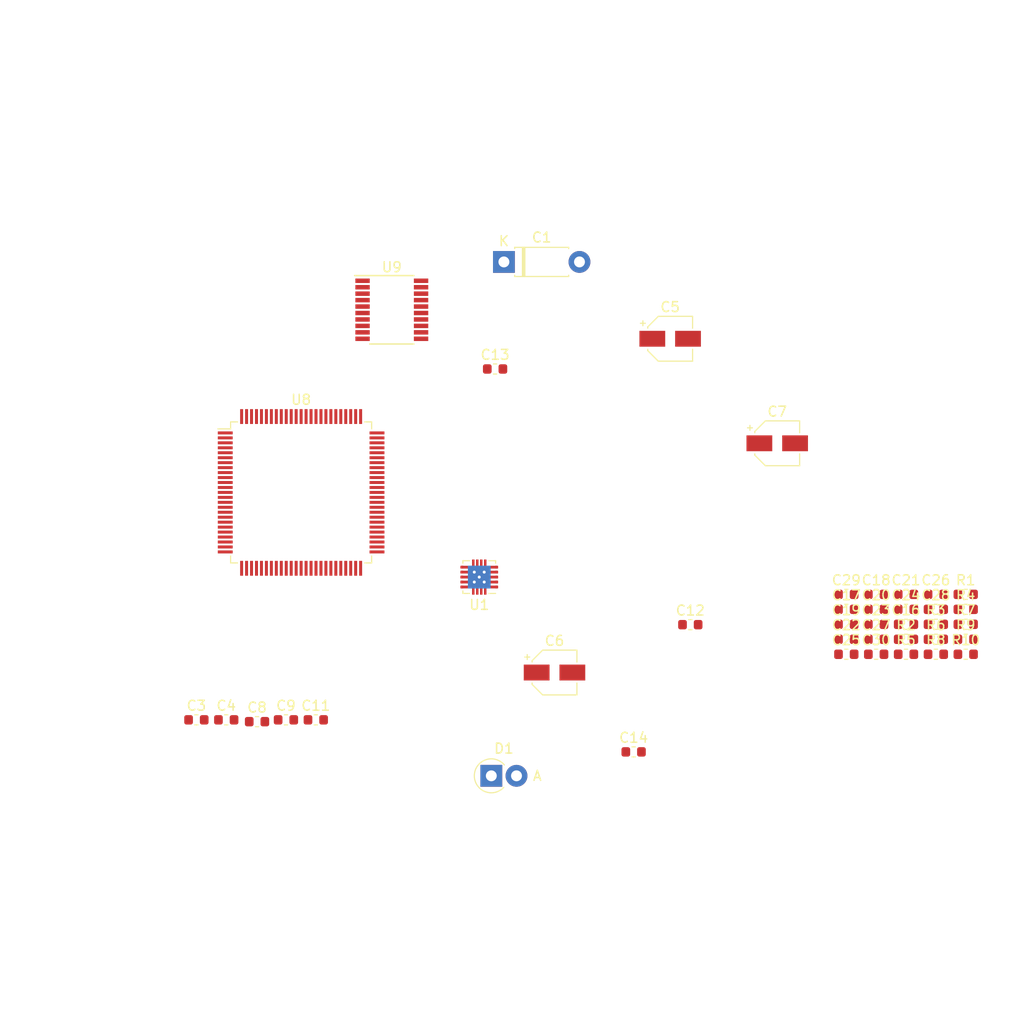
<source format=kicad_pcb>
(kicad_pcb (version 20171130) (host pcbnew "(5.0.0)")
  (layers (0 F.Cu signal) (31 B.Cu signal) (34 B.Paste user) (35 F.Paste user) (36 B.SilkS user) (37 F.SilkS user) (38 B.Mask user) (39 F.Mask user) (44 Edge.Cuts user))
  (net 0 "")
  (net 1 +12V)
  (net 2 GNDREF)
  (net 3 "Net-(C3-Pad2)")
  (net 4 "Net-(C4-Pad2)")
  (net 5 +5V)
  (net 6 "Net-(C8-Pad1)")
  (net 7 "Net-(C9-Pad1)")
  (net 8 "Net-(C12-Pad1)")
  (net 9 "Net-(C13-Pad1)")
  (net 10 "Net-(C14-Pad1)")
  (net 11 "Net-(L1-Pad1)")
  (net 12 "Net-(L1-Pad2)")
  (net 13 "Net-(U8-Pad1)")
  (net 14 "Net-(U8-Pad2)")
  (net 15 "Net-(U8-Pad3)")
  (net 16 Servo1)
  (net 17 Servo2)
  (net 18 INT)
  (net 19 RX0)
  (net 20 "Net-(U8-Pad8)")
  (net 21 "Net-(U8-Pad9)")
  (net 22 +3V3)
  (net 23 M1A+C)
  (net 24 M1A-C)
  (net 25 M1B+C)
  (net 26 M1B-C)
  (net 27 M2A+C)
  (net 28 M2A-C)
  (net 29 M2B+C)
  (net 30 "Net-(U8-Pad19)")
  (net 31 "Net-(U8-Pad20)")
  (net 32 SI)
  (net 33 S0)
  (net 34 "Net-(U8-Pad23)")
  (net 35 TX2)
  (net 36 SS)
  (net 37 "Net-(U8-Pad26)")
  (net 38 M2B-C)
  (net 39 "Net-(U8-Pad28)")
  (net 40 "Net-(U8-Pad29)")
  (net 41 "Net-(U8-Pad30)")
  (net 42 "Net-(R9-Pad1)")
  (net 43 "Net-(U8-Pad35)")
  (net 44 "Net-(U8-Pad36)")
  (net 45 M1+C)
  (net 46 M2+C)
  (net 47 M1-C)
  (net 48 M2-C)
  (net 49 "Net-(U8-Pad41)")
  (net 50 "Net-(U8-Pad42)")
  (net 51 "Net-(U8-Pad43)")
  (net 52 RX1)
  (net 53 "Net-(U8-Pad45)")
  (net 54 "Net-(U8-Pad46)")
  (net 55 "Net-(U8-Pad47)")
  (net 56 "Net-(U8-Pad48)")
  (net 57 "Net-(U8-Pad49)")
  (net 58 "Net-(U8-Pad50)")
  (net 59 "Net-(U8-Pad51)")
  (net 60 "Net-(U8-Pad52)")
  (net 61 "Net-(U8-Pad53)")
  (net 62 TX1)
  (net 63 SCK)
  (net 64 TX0)
  (net 65 "Net-(U8-Pad57)")
  (net 66 "Net-(U8-Pad58)")
  (net 67 "Net-(U8-Pad59)")
  (net 68 "Net-(U8-Pad60)")
  (net 69 "Net-(U8-Pad63)")
  (net 70 "Net-(U8-Pad64)")
  (net 71 "Net-(U8-Pad65)")
  (net 72 "Net-(U8-Pad66)")
  (net 73 "Net-(U8-Pad67)")
  (net 74 "Net-(U8-Pad68)")
  (net 75 "Net-(U8-Pad69)")
  (net 76 "Net-(U8-Pad70)")
  (net 77 "Net-(U8-Pad71)")
  (net 78 "Net-(U8-Pad72)")
  (net 79 "Net-(U8-Pad73)")
  (net 80 "Net-(U8-Pad74)")
  (net 81 "Net-(U8-Pad75)")
  (net 82 "Net-(U8-Pad76)")
  (net 83 "Net-(U8-Pad77)")
  (net 84 "Net-(U8-Pad78)")
  (net 85 "Net-(U8-Pad79)")
  (net 86 E2)
  (net 87 E1)
  (net 88 "Net-(U8-Pad84)")
  (net 89 "Net-(U8-Pad85)")
  (net 90 "Net-(U8-Pad86)")
  (net 91 "Net-(U8-Pad87)")
  (net 92 "Net-(U8-Pad88)")
  (net 93 "Net-(U8-Pad89)")
  (net 94 "Net-(U8-Pad90)")
  (net 95 "Net-(U8-Pad91)")
  (net 96 "Net-(U8-Pad92)")
  (net 97 "Net-(U8-Pad93)")
  (net 98 "Net-(U8-Pad94)")
  (net 99 "Net-(U8-Pad95)")
  (net 100 "Net-(U8-Pad96)")
  (net 101 "Net-(U8-Pad97)")
  (net 102 "Net-(U10-Pad1)")
  (net 103 "Net-(U10-Pad4)")
  (net 104 "Net-(U9-Pad3)")
  (net 105 "Net-(U9-Pad6)")
  (net 106 "Net-(U9-Pad15)")
  (net 107 Reset)
  (net 108 "Net-(R8-Pad1)")
  (net 109 "Net-(R10-Pad1)")
  (module Diode_THT:D_DO-41_SOD81_P7.62mm_Horizontal (layer F.Cu) (at 132.08 65.024)
    (fp_text reference C1 (at 3.81 -2.47) (layer F.SilkS))
    (fp_text value 10u)
    (fp_line (start 1.09 -1.34) (end 1.09 -1.47) (layer F.SilkS) (width 0.12))
    (fp_line (start 1.09 -1.47) (end 6.53 -1.47) (layer F.SilkS) (width 0.12))
    (fp_line (start 6.53 -1.47) (end 6.53 -1.34) (layer F.SilkS) (width 0.12))
    (fp_line (start 1.09 1.34) (end 1.09 1.47) (layer F.SilkS) (width 0.12))
    (fp_line (start 1.09 1.47) (end 6.53 1.47) (layer F.SilkS) (width 0.12))
    (fp_line (start 6.53 1.47) (end 6.53 1.34) (layer F.SilkS) (width 0.12))
    (fp_line (start 1.99 -1.47) (end 1.99 1.47) (layer F.SilkS) (width 0.12))
    (fp_line (start 2.11 -1.47) (end 2.11 1.47) (layer F.SilkS) (width 0.12))
    (fp_line (start 1.87 -1.47) (end 1.87 1.47) (layer F.SilkS) (width 0.12))
    (fp_text user K (at 0 -2.1) (layer F.SilkS))
    (pad 1 thru_hole rect (at 0 0) (size 2.2 2.2) (drill 1.1) (layers *.Cu *.Mask) (net 1 +12V))
    (pad 2 thru_hole oval (at 7.62 0) (size 2.2 2.2) (drill 1.1) (layers *.Cu *.Mask) (net 2 GNDREF))
  )
  (module Capacitor_SMD:C_0603_1608Metric (layer F.Cu) (at 101.073001 111.196001)
    (fp_text reference C3 (at 0 -1.43) (layer F.SilkS))
    (fp_text value 0.1u)
    (fp_line (start -0.162779 -0.51) (end 0.162779 -0.51) (layer F.SilkS) (width 0.12))
    (fp_line (start -0.162779 0.51) (end 0.162779 0.51) (layer F.SilkS) (width 0.12))
    (pad 1 smd roundrect (at -0.7875 0) (size 0.875 0.95) (layers F.Cu F.Paste F.Mask) (net 2 GNDREF))
    (pad 2 smd roundrect (at 0.7875 0) (size 0.875 0.95) (layers F.Cu F.Paste F.Mask) (net 3 "Net-(C3-Pad2)"))
  )
  (module Capacitor_SMD:C_0603_1608Metric (layer F.Cu) (at 104.083001 111.196001)
    (fp_text reference C4 (at 0 -1.43) (layer F.SilkS))
    (fp_text value 10p)
    (fp_line (start -0.162779 0.51) (end 0.162779 0.51) (layer F.SilkS) (width 0.12))
    (fp_line (start -0.162779 -0.51) (end 0.162779 -0.51) (layer F.SilkS) (width 0.12))
    (pad 2 smd roundrect (at 0.7875 0) (size 0.875 0.95) (layers F.Cu F.Paste F.Mask) (net 4 "Net-(C4-Pad2)"))
    (pad 1 smd roundrect (at -0.7875 0) (size 0.875 0.95) (layers F.Cu F.Paste F.Mask) (net 2 GNDREF))
  )
  (module Capacitor_SMD:CP_Elec_4x5.4 (layer F.Cu) (at 148.844 72.771)
    (fp_text reference C5 (at 0 -3.2) (layer F.SilkS))
    (fp_text value 22u)
    (fp_line (start 2.26 2.26) (end 2.26 1.06) (layer F.SilkS) (width 0.12))
    (fp_line (start 2.26 -2.26) (end 2.26 -1.06) (layer F.SilkS) (width 0.12))
    (fp_line (start -1.195563 -2.26) (end 2.26 -2.26) (layer F.SilkS) (width 0.12))
    (fp_line (start -1.195563 2.26) (end 2.26 2.26) (layer F.SilkS) (width 0.12))
    (fp_line (start -2.26 1.195563) (end -2.26 1.06) (layer F.SilkS) (width 0.12))
    (fp_line (start -2.26 -1.195563) (end -2.26 -1.06) (layer F.SilkS) (width 0.12))
    (fp_line (start -2.26 -1.195563) (end -1.195563 -2.26) (layer F.SilkS) (width 0.12))
    (fp_line (start -2.26 1.195563) (end -1.195563 2.26) (layer F.SilkS) (width 0.12))
    (fp_line (start -3 -1.56) (end -2.5 -1.56) (layer F.SilkS) (width 0.12))
    (fp_line (start -2.75 -1.81) (end -2.75 -1.31) (layer F.SilkS) (width 0.12))
    (pad 1 smd rect (at -1.8 0) (size 2.6 1.6) (layers F.Cu F.Paste F.Mask) (net 5 +5V))
    (pad 2 smd rect (at 1.8 0) (size 2.6 1.6) (layers F.Cu F.Paste F.Mask) (net 2 GNDREF))
  )
  (module Capacitor_SMD:CP_Elec_4x5.4 (layer F.Cu) (at 137.182 106.426)
    (fp_text reference C6 (at 0 -3.2) (layer F.SilkS))
    (fp_text value 22u)
    (fp_line (start -2.75 -1.81) (end -2.75 -1.31) (layer F.SilkS) (width 0.12))
    (fp_line (start -3 -1.56) (end -2.5 -1.56) (layer F.SilkS) (width 0.12))
    (fp_line (start -2.26 1.195563) (end -1.195563 2.26) (layer F.SilkS) (width 0.12))
    (fp_line (start -2.26 -1.195563) (end -1.195563 -2.26) (layer F.SilkS) (width 0.12))
    (fp_line (start -2.26 -1.195563) (end -2.26 -1.06) (layer F.SilkS) (width 0.12))
    (fp_line (start -2.26 1.195563) (end -2.26 1.06) (layer F.SilkS) (width 0.12))
    (fp_line (start -1.195563 2.26) (end 2.26 2.26) (layer F.SilkS) (width 0.12))
    (fp_line (start -1.195563 -2.26) (end 2.26 -2.26) (layer F.SilkS) (width 0.12))
    (fp_line (start 2.26 -2.26) (end 2.26 -1.06) (layer F.SilkS) (width 0.12))
    (fp_line (start 2.26 2.26) (end 2.26 1.06) (layer F.SilkS) (width 0.12))
    (pad 2 smd rect (at 1.8 0) (size 2.6 1.6) (layers F.Cu F.Paste F.Mask) (net 2 GNDREF))
    (pad 1 smd rect (at -1.8 0) (size 2.6 1.6) (layers F.Cu F.Paste F.Mask) (net 5 +5V))
  )
  (module Capacitor_SMD:CP_Elec_4x5.4 (layer F.Cu) (at 159.639 83.312)
    (fp_text reference C7 (at 0 -3.2) (layer F.SilkS))
    (fp_text value 22u)
    (fp_line (start 2.26 2.26) (end 2.26 1.06) (layer F.SilkS) (width 0.12))
    (fp_line (start 2.26 -2.26) (end 2.26 -1.06) (layer F.SilkS) (width 0.12))
    (fp_line (start -1.195563 -2.26) (end 2.26 -2.26) (layer F.SilkS) (width 0.12))
    (fp_line (start -1.195563 2.26) (end 2.26 2.26) (layer F.SilkS) (width 0.12))
    (fp_line (start -2.26 1.195563) (end -2.26 1.06) (layer F.SilkS) (width 0.12))
    (fp_line (start -2.26 -1.195563) (end -2.26 -1.06) (layer F.SilkS) (width 0.12))
    (fp_line (start -2.26 -1.195563) (end -1.195563 -2.26) (layer F.SilkS) (width 0.12))
    (fp_line (start -2.26 1.195563) (end -1.195563 2.26) (layer F.SilkS) (width 0.12))
    (fp_line (start -3 -1.56) (end -2.5 -1.56) (layer F.SilkS) (width 0.12))
    (fp_line (start -2.75 -1.81) (end -2.75 -1.31) (layer F.SilkS) (width 0.12))
    (pad 1 smd rect (at -1.8 0) (size 2.6 1.6) (layers F.Cu F.Paste F.Mask) (net 5 +5V))
    (pad 2 smd rect (at 1.8 0) (size 2.6 1.6) (layers F.Cu F.Paste F.Mask) (net 2 GNDREF))
  )
  (module Capacitor_SMD:C_0603_1608Metric (layer F.Cu) (at 107.188 111.379)
    (fp_text reference C8 (at 0 -1.43) (layer F.SilkS))
    (fp_text value 20p)
    (fp_line (start -0.162779 0.51) (end 0.162779 0.51) (layer F.SilkS) (width 0.12))
    (fp_line (start -0.162779 -0.51) (end 0.162779 -0.51) (layer F.SilkS) (width 0.12))
    (pad 2 smd roundrect (at 0.7875 0) (size 0.875 0.95) (layers F.Cu F.Paste F.Mask) (net 2 GNDREF))
    (pad 1 smd roundrect (at -0.7875 0) (size 0.875 0.95) (layers F.Cu F.Paste F.Mask) (net 6 "Net-(C8-Pad1)"))
  )
  (module Capacitor_SMD:C_0603_1608Metric (layer F.Cu) (at 110.103001 111.196001)
    (fp_text reference C9 (at 0 -1.43) (layer F.SilkS))
    (fp_text value 20p)
    (fp_line (start -0.162779 -0.51) (end 0.162779 -0.51) (layer F.SilkS) (width 0.12))
    (fp_line (start -0.162779 0.51) (end 0.162779 0.51) (layer F.SilkS) (width 0.12))
    (pad 1 smd roundrect (at -0.7875 0) (size 0.875 0.95) (layers F.Cu F.Paste F.Mask) (net 7 "Net-(C9-Pad1)"))
    (pad 2 smd roundrect (at 0.7875 0) (size 0.875 0.95) (layers F.Cu F.Paste F.Mask) (net 2 GNDREF))
  )
  (module Capacitor_SMD:C_0603_1608Metric (layer F.Cu) (at 113.113001 111.196001)
    (fp_text reference C11 (at 0 -1.43) (layer F.SilkS))
    (fp_text value 100n)
    (fp_line (start -0.162779 0.51) (end 0.162779 0.51) (layer F.SilkS) (width 0.12))
    (fp_line (start -0.162779 -0.51) (end 0.162779 -0.51) (layer F.SilkS) (width 0.12))
    (pad 2 smd roundrect (at 0.7875 0) (size 0.875 0.95) (layers F.Cu F.Paste F.Mask) (net 2 GNDREF))
    (pad 1 smd roundrect (at -0.7875 0) (size 0.875 0.95) (layers F.Cu F.Paste F.Mask) (net 5 +5V))
  )
  (module Capacitor_SMD:C_0603_1608Metric (layer F.Cu) (at 150.876 101.6)
    (fp_text reference C12 (at 0 -1.43) (layer F.SilkS))
    (fp_text value 15p)
    (fp_line (start -0.162779 0.51) (end 0.162779 0.51) (layer F.SilkS) (width 0.12))
    (fp_line (start -0.162779 -0.51) (end 0.162779 -0.51) (layer F.SilkS) (width 0.12))
    (pad 2 smd roundrect (at 0.7875 0) (size 0.875 0.95) (layers F.Cu F.Paste F.Mask) (net 2 GNDREF))
    (pad 1 smd roundrect (at -0.7875 0) (size 0.875 0.95) (layers F.Cu F.Paste F.Mask) (net 8 "Net-(C12-Pad1)"))
  )
  (module Capacitor_SMD:C_0603_1608Metric (layer F.Cu) (at 131.191 75.819)
    (fp_text reference C13 (at 0 -1.43) (layer F.SilkS))
    (fp_text value 15p)
    (fp_line (start -0.162779 -0.51) (end 0.162779 -0.51) (layer F.SilkS) (width 0.12))
    (fp_line (start -0.162779 0.51) (end 0.162779 0.51) (layer F.SilkS) (width 0.12))
    (pad 1 smd roundrect (at -0.7875 0) (size 0.875 0.95) (layers F.Cu F.Paste F.Mask) (net 9 "Net-(C13-Pad1)"))
    (pad 2 smd roundrect (at 0.7875 0) (size 0.875 0.95) (layers F.Cu F.Paste F.Mask) (net 2 GNDREF))
  )
  (module Capacitor_SMD:C_0603_1608Metric (layer F.Cu) (at 145.161 114.427)
    (fp_text reference C14 (at 0 -1.43) (layer F.SilkS))
    (fp_text value 1u)
    (fp_line (start -0.162779 -0.51) (end 0.162779 -0.51) (layer F.SilkS) (width 0.12))
    (fp_line (start -0.162779 0.51) (end 0.162779 0.51) (layer F.SilkS) (width 0.12))
    (pad 1 smd roundrect (at -0.7875 0) (size 0.875 0.95) (layers F.Cu F.Paste F.Mask) (net 10 "Net-(C14-Pad1)"))
    (pad 2 smd roundrect (at 0.7875 0) (size 0.875 0.95) (layers F.Cu F.Paste F.Mask) (net 2 GNDREF))
  )
  (module Diode_THT:D_DO-41_SOD81_P2.54mm_Vertical_AnodeUp (layer F.Cu) (at 130.81 116.84)
    (fp_text reference D1 (at 1.27 -2.750635) (layer F.SilkS))
    (fp_text value 1N4007)
    (fp_arc (start 0 0) (end 1.311153 -1.1) (angle -276.998058) (layer F.SilkS) (width 0.12))
    (fp_text user A (at 4.64 0) (layer F.SilkS))
    (pad 1 thru_hole rect (at 0 0) (size 2.2 2.2) (drill 1.1) (layers *.Cu *.Mask) (net 5 +5V))
    (pad 2 thru_hole oval (at 2.54 0) (size 2.2 2.2) (drill 1.1) (layers *.Cu *.Mask) (net 10 "Net-(C14-Pad1)"))
  )
  (module Package_SON:Texas_S-PWSON-N10_ThermalVias (layer F.Cu) (at 129.594 96.802 180)
    (fp_text reference U1 (at 0 -2.8 180) (layer F.SilkS))
    (fp_text value TPS63060)
    (fp_line (start 0.985 1.65) (end 1.65 1.65) (layer F.SilkS) (width 0.12))
    (fp_line (start -1.65 -1.65) (end -0.985 -1.65) (layer F.SilkS) (width 0.12))
    (fp_line (start 0.985 -1.65) (end 1.65 -1.65) (layer F.SilkS) (width 0.12))
    (fp_line (start -1.65 1.65) (end -0.985 1.65) (layer F.SilkS) (width 0.12))
    (fp_line (start 1.65 -1.4) (end 1.65 -1.65) (layer F.SilkS) (width 0.12))
    (fp_line (start 1.65 1.4) (end 1.65 1.65) (layer F.SilkS) (width 0.12))
    (fp_line (start -1.65 1.65) (end -1.65 1.4) (layer F.SilkS) (width 0.12))
    (pad 11 smd rect (at -0.6 1.425 180) (size 0.25 0.7) (layers F.Cu F.Paste F.Mask) (net 2 GNDREF))
    (pad 11 smd rect (at 0.6 1.425 180) (size 0.25 0.7) (layers F.Cu F.Paste F.Mask) (net 2 GNDREF))
    (pad 11 smd rect (at -0.6 -1.425 180) (size 0.25 0.7) (layers F.Cu F.Paste F.Mask) (net 2 GNDREF))
    (pad 11 smd rect (at 0.6 -1.425 180) (size 0.25 0.7) (layers F.Cu F.Paste F.Mask) (net 2 GNDREF))
    (pad 1 smd oval (at -1.475 -1 180) (size 0.85 0.28) (layers F.Cu F.Paste F.Mask) (net 11 "Net-(L1-Pad1)"))
    (pad 2 smd oval (at -1.475 -0.5 180) (size 0.85 0.28) (layers F.Cu F.Paste F.Mask) (net 1 +12V))
    (pad 3 smd rect (at -1.76 0 180) (size 0.28 0.28) (layers F.Cu F.Paste F.Mask) (net 1 +12V))
    (pad 4 smd oval (at -1.475 0.5 180) (size 0.85 0.28) (layers F.Cu F.Paste F.Mask) (net 2 GNDREF))
    (pad 5 smd rect (at -1.76 1 180) (size 0.28 0.28) (layers F.Cu F.Paste F.Mask) (net 2 GNDREF))
    (pad 6 smd oval (at 1.475 1 180) (size 0.85 0.28) (layers F.Cu F.Paste F.Mask) (net 3 "Net-(C3-Pad2)"))
    (pad 7 smd oval (at 1.475 0.5 180) (size 0.85 0.28) (layers F.Cu F.Paste F.Mask) (net 2 GNDREF))
    (pad 8 smd rect (at 1.76 0 180) (size 0.28 0.28) (layers F.Cu F.Paste F.Mask) (net 4 "Net-(C4-Pad2)"))
    (pad 9 smd rect (at 1.76 -0.5 180) (size 0.28 0.28) (layers F.Cu F.Paste F.Mask) (net 5 +5V))
    (pad 10 smd rect (at 1.76 -1 180) (size 0.28 0.28) (layers F.Cu F.Paste F.Mask) (net 12 "Net-(L1-Pad2)"))
    (pad 11 thru_hole circle (at 0 0 180) (size 0.6 0.6) (drill 0.3) (layers *.Cu *.Mask) (net 2 GNDREF))
    (pad 11 thru_hole circle (at -0.5 -0.5 180) (size 0.6 0.6) (drill 0.3) (layers *.Cu *.Mask) (net 2 GNDREF))
    (pad 11 thru_hole circle (at 0.5 -0.5 180) (size 0.6 0.6) (drill 0.3) (layers *.Cu *.Mask) (net 2 GNDREF))
    (pad 11 thru_hole circle (at -0.5 0.5 180) (size 0.6 0.6) (drill 0.3) (layers *.Cu *.Mask) (net 2 GNDREF))
    (pad 11 thru_hole circle (at 0.5 0.5 180) (size 0.6 0.6) (drill 0.3) (layers *.Cu *.Mask) (net 2 GNDREF))
    (pad 11 smd rect (at -0.2 -1.425 180) (size 0.25 0.7) (layers F.Cu F.Paste F.Mask) (net 2 GNDREF))
    (pad 11 smd rect (at 0.2 -1.425 180) (size 0.25 0.7) (layers F.Cu F.Paste F.Mask) (net 2 GNDREF))
    (pad 11 smd rect (at -0.2 1.425 180) (size 0.25 0.7) (layers F.Cu F.Paste F.Mask) (net 2 GNDREF))
    (pad 11 smd rect (at 0.2 1.425 180) (size 0.25 0.7) (layers F.Cu F.Paste F.Mask) (net 2 GNDREF))
    (pad 11 smd rect (at 0 0 180) (size 1.7 2.15) (layers F.Cu F.Mask) (net 2 GNDREF))
    (pad 1 smd rect (at -1.76 -1 180) (size 0.28 0.28) (layers F.Cu F.Paste F.Mask) (net 11 "Net-(L1-Pad1)"))
    (pad 2 smd rect (at -1.76 -0.5 180) (size 0.28 0.28) (layers F.Cu F.Paste F.Mask) (net 1 +12V))
    (pad 3 smd oval (at -1.475 0 180) (size 0.85 0.28) (layers F.Cu F.Paste F.Mask) (net 1 +12V))
    (pad 4 smd rect (at -1.76 0.5 180) (size 0.28 0.28) (layers F.Cu F.Paste F.Mask) (net 2 GNDREF))
    (pad 5 smd oval (at -1.475 1 180) (size 0.85 0.28) (layers F.Cu F.Paste F.Mask) (net 2 GNDREF))
    (pad 6 smd rect (at 1.76 1 180) (size 0.28 0.28) (layers F.Cu F.Paste F.Mask) (net 3 "Net-(C3-Pad2)"))
    (pad 7 smd rect (at 1.76 0.5 180) (size 0.28 0.28) (layers F.Cu F.Paste F.Mask) (net 2 GNDREF))
    (pad 8 smd oval (at 1.475 0 180) (size 0.85 0.28) (layers F.Cu F.Paste F.Mask) (net 4 "Net-(C4-Pad2)"))
    (pad 9 smd oval (at 1.475 -0.5 180) (size 0.85 0.28) (layers F.Cu F.Paste F.Mask) (net 5 +5V))
    (pad 10 smd oval (at 1.475 -1 180) (size 0.85 0.28) (layers F.Cu F.Paste F.Mask) (net 12 "Net-(L1-Pad2)"))
    (pad 11 smd rect (at -0.001 0 180) (size 2.3 2.3) (layers B.Cu) (net 2 GNDREF))
    (pad 11 smd rect (at -0.435 -0.56 180) (size 0.65 0.9) (layers F.Cu F.Paste F.Mask) (net 2 GNDREF))
    (pad 11 smd rect (at 0.435 0.56 180) (size 0.65 0.9) (layers F.Cu F.Paste F.Mask) (net 2 GNDREF))
    (pad 11 smd rect (at -0.435 0.56 180) (size 0.65 0.9) (layers F.Cu F.Paste F.Mask) (net 2 GNDREF))
    (pad 11 smd rect (at 0.435 -0.56 180) (size 0.65 0.9) (layers F.Cu F.Paste F.Mask) (net 2 GNDREF))
    (pad 11 smd rect (at -0.6 -1.425 180) (size 0.23 0.6) (layers F.Cu F.Paste F.Mask) (net 2 GNDREF))
    (pad 11 smd rect (at -0.2 -1.425 180) (size 0.23 0.6) (layers F.Cu F.Paste F.Mask) (net 2 GNDREF))
    (pad 11 smd rect (at 0.2 -1.425 180) (size 0.23 0.6) (layers F.Cu F.Paste F.Mask) (net 2 GNDREF))
    (pad 11 smd rect (at 0.6 -1.425 180) (size 0.23 0.6) (layers F.Cu F.Paste F.Mask) (net 2 GNDREF))
    (pad 11 smd rect (at -0.6 1.425 180) (size 0.23 0.6) (layers F.Cu F.Paste F.Mask) (net 2 GNDREF))
    (pad 11 smd rect (at -0.2 1.425 180) (size 0.23 0.6) (layers F.Cu F.Paste F.Mask) (net 2 GNDREF))
    (pad 11 smd rect (at 0.2 1.425 180) (size 0.23 0.6) (layers F.Cu F.Paste F.Mask) (net 2 GNDREF))
    (pad 11 smd rect (at 0.6 1.425 180) (size 0.23 0.6) (layers F.Cu F.Paste F.Mask) (net 2 GNDREF))
  )
  (module Package_QFP:TQFP-100_14x14mm_P0.5mm (layer F.Cu) (at 111.633 88.265)
    (fp_text reference U8 (at 0 -9.35) (layer F.SilkS))
    (fp_text value ATmega2560-16AU)
    (fp_line (start -6.41 -7.11) (end -7.11 -7.11) (layer F.SilkS) (width 0.12))
    (fp_line (start -7.11 -7.11) (end -7.11 -6.41) (layer F.SilkS) (width 0.12))
    (fp_line (start 6.41 -7.11) (end 7.11 -7.11) (layer F.SilkS) (width 0.12))
    (fp_line (start 7.11 -7.11) (end 7.11 -6.41) (layer F.SilkS) (width 0.12))
    (fp_line (start 6.41 7.11) (end 7.11 7.11) (layer F.SilkS) (width 0.12))
    (fp_line (start 7.11 7.11) (end 7.11 6.41) (layer F.SilkS) (width 0.12))
    (fp_line (start -6.41 7.11) (end -7.11 7.11) (layer F.SilkS) (width 0.12))
    (fp_line (start -7.11 7.11) (end -7.11 6.41) (layer F.SilkS) (width 0.12))
    (fp_line (start -7.11 -6.41) (end -8.4 -6.41) (layer F.SilkS) (width 0.12))
    (pad 1 smd rect (at -7.65 -6) (size 1.5 0.3) (layers F.Cu F.Paste F.Mask) (net 13 "Net-(U8-Pad1)"))
    (pad 2 smd rect (at -7.65 -5.5) (size 1.5 0.3) (layers F.Cu F.Paste F.Mask) (net 14 "Net-(U8-Pad2)"))
    (pad 3 smd rect (at -7.65 -5) (size 1.5 0.3) (layers F.Cu F.Paste F.Mask) (net 15 "Net-(U8-Pad3)"))
    (pad 4 smd rect (at -7.65 -4.5) (size 1.5 0.3) (layers F.Cu F.Paste F.Mask) (net 16 Servo1))
    (pad 5 smd rect (at -7.65 -4) (size 1.5 0.3) (layers F.Cu F.Paste F.Mask) (net 17 Servo2))
    (pad 6 smd rect (at -7.65 -3.5) (size 1.5 0.3) (layers F.Cu F.Paste F.Mask) (net 18 INT))
    (pad 7 smd rect (at -7.65 -3) (size 1.5 0.3) (layers F.Cu F.Paste F.Mask) (net 19 RX0))
    (pad 8 smd rect (at -7.65 -2.5) (size 1.5 0.3) (layers F.Cu F.Paste F.Mask) (net 20 "Net-(U8-Pad8)"))
    (pad 9 smd rect (at -7.65 -2) (size 1.5 0.3) (layers F.Cu F.Paste F.Mask) (net 21 "Net-(U8-Pad9)"))
    (pad 10 smd rect (at -7.65 -1.5) (size 1.5 0.3) (layers F.Cu F.Paste F.Mask) (net 22 +3V3))
    (pad 11 smd rect (at -7.65 -1) (size 1.5 0.3) (layers F.Cu F.Paste F.Mask) (net 2 GNDREF))
    (pad 12 smd rect (at -7.65 -0.5) (size 1.5 0.3) (layers F.Cu F.Paste F.Mask) (net 23 M1A+C))
    (pad 13 smd rect (at -7.65 0) (size 1.5 0.3) (layers F.Cu F.Paste F.Mask) (net 24 M1A-C))
    (pad 14 smd rect (at -7.65 0.5) (size 1.5 0.3) (layers F.Cu F.Paste F.Mask) (net 25 M1B+C))
    (pad 15 smd rect (at -7.65 1) (size 1.5 0.3) (layers F.Cu F.Paste F.Mask) (net 26 M1B-C))
    (pad 16 smd rect (at -7.65 1.5) (size 1.5 0.3) (layers F.Cu F.Paste F.Mask) (net 27 M2A+C))
    (pad 17 smd rect (at -7.65 2) (size 1.5 0.3) (layers F.Cu F.Paste F.Mask) (net 28 M2A-C))
    (pad 18 smd rect (at -7.65 2.5) (size 1.5 0.3) (layers F.Cu F.Paste F.Mask) (net 29 M2B+C))
    (pad 19 smd rect (at -7.65 3) (size 1.5 0.3) (layers F.Cu F.Paste F.Mask) (net 30 "Net-(U8-Pad19)"))
    (pad 20 smd rect (at -7.65 3.5) (size 1.5 0.3) (layers F.Cu F.Paste F.Mask) (net 31 "Net-(U8-Pad20)"))
    (pad 21 smd rect (at -7.65 4) (size 1.5 0.3) (layers F.Cu F.Paste F.Mask) (net 32 SI))
    (pad 22 smd rect (at -7.65 4.5) (size 1.5 0.3) (layers F.Cu F.Paste F.Mask) (net 33 S0))
    (pad 23 smd rect (at -7.65 5) (size 1.5 0.3) (layers F.Cu F.Paste F.Mask) (net 34 "Net-(U8-Pad23)"))
    (pad 24 smd rect (at -7.65 5.5) (size 1.5 0.3) (layers F.Cu F.Paste F.Mask) (net 35 TX2))
    (pad 25 smd rect (at -7.65 6) (size 1.5 0.3) (layers F.Cu F.Paste F.Mask) (net 36 SS))
    (pad 26 smd rect (at -6 7.65) (size 0.3 1.5) (layers F.Cu F.Paste F.Mask) (net 37 "Net-(U8-Pad26)"))
    (pad 27 smd rect (at -5.5 7.65) (size 0.3 1.5) (layers F.Cu F.Paste F.Mask) (net 38 M2B-C))
    (pad 28 smd rect (at -5 7.65) (size 0.3 1.5) (layers F.Cu F.Paste F.Mask) (net 39 "Net-(U8-Pad28)"))
    (pad 29 smd rect (at -4.5 7.65) (size 0.3 1.5) (layers F.Cu F.Paste F.Mask) (net 40 "Net-(U8-Pad29)"))
    (pad 30 smd rect (at -4 7.65) (size 0.3 1.5) (layers F.Cu F.Paste F.Mask) (net 41 "Net-(U8-Pad30)"))
    (pad 31 smd rect (at -3.5 7.65) (size 0.3 1.5) (layers F.Cu F.Paste F.Mask) (net 22 +3V3))
    (pad 32 smd rect (at -3 7.65) (size 0.3 1.5) (layers F.Cu F.Paste F.Mask) (net 2 GNDREF))
    (pad 33 smd rect (at -2.5 7.65) (size 0.3 1.5) (layers F.Cu F.Paste F.Mask) (net 42 "Net-(R9-Pad1)"))
    (pad 34 smd rect (at -2 7.65) (size 0.3 1.5) (layers F.Cu F.Paste F.Mask) (net 6 "Net-(C8-Pad1)"))
    (pad 35 smd rect (at -1.5 7.65) (size 0.3 1.5) (layers F.Cu F.Paste F.Mask) (net 43 "Net-(U8-Pad35)"))
    (pad 36 smd rect (at -1 7.65) (size 0.3 1.5) (layers F.Cu F.Paste F.Mask) (net 44 "Net-(U8-Pad36)"))
    (pad 37 smd rect (at -0.5 7.65) (size 0.3 1.5) (layers F.Cu F.Paste F.Mask) (net 45 M1+C))
    (pad 38 smd rect (at 0 7.65) (size 0.3 1.5) (layers F.Cu F.Paste F.Mask) (net 46 M2+C))
    (pad 39 smd rect (at 0.5 7.65) (size 0.3 1.5) (layers F.Cu F.Paste F.Mask) (net 47 M1-C))
    (pad 40 smd rect (at 1 7.65) (size 0.3 1.5) (layers F.Cu F.Paste F.Mask) (net 48 M2-C))
    (pad 41 smd rect (at 1.5 7.65) (size 0.3 1.5) (layers F.Cu F.Paste F.Mask) (net 49 "Net-(U8-Pad41)"))
    (pad 42 smd rect (at 2 7.65) (size 0.3 1.5) (layers F.Cu F.Paste F.Mask) (net 50 "Net-(U8-Pad42)"))
    (pad 43 smd rect (at 2.5 7.65) (size 0.3 1.5) (layers F.Cu F.Paste F.Mask) (net 51 "Net-(U8-Pad43)"))
    (pad 44 smd rect (at 3 7.65) (size 0.3 1.5) (layers F.Cu F.Paste F.Mask) (net 52 RX1))
    (pad 45 smd rect (at 3.5 7.65) (size 0.3 1.5) (layers F.Cu F.Paste F.Mask) (net 53 "Net-(U8-Pad45)"))
    (pad 46 smd rect (at 4 7.65) (size 0.3 1.5) (layers F.Cu F.Paste F.Mask) (net 54 "Net-(U8-Pad46)"))
    (pad 47 smd rect (at 4.5 7.65) (size 0.3 1.5) (layers F.Cu F.Paste F.Mask) (net 55 "Net-(U8-Pad47)"))
    (pad 48 smd rect (at 5 7.65) (size 0.3 1.5) (layers F.Cu F.Paste F.Mask) (net 56 "Net-(U8-Pad48)"))
    (pad 49 smd rect (at 5.5 7.65) (size 0.3 1.5) (layers F.Cu F.Paste F.Mask) (net 57 "Net-(U8-Pad49)"))
    (pad 50 smd rect (at 6 7.65) (size 0.3 1.5) (layers F.Cu F.Paste F.Mask) (net 58 "Net-(U8-Pad50)"))
    (pad 51 smd rect (at 7.65 6) (size 1.5 0.3) (layers F.Cu F.Paste F.Mask) (net 59 "Net-(U8-Pad51)"))
    (pad 52 smd rect (at 7.65 5.5) (size 1.5 0.3) (layers F.Cu F.Paste F.Mask) (net 60 "Net-(U8-Pad52)"))
    (pad 53 smd rect (at 7.65 5) (size 1.5 0.3) (layers F.Cu F.Paste F.Mask) (net 61 "Net-(U8-Pad53)"))
    (pad 54 smd rect (at 7.65 4.5) (size 1.5 0.3) (layers F.Cu F.Paste F.Mask) (net 62 TX1))
    (pad 55 smd rect (at 7.65 4) (size 1.5 0.3) (layers F.Cu F.Paste F.Mask) (net 63 SCK))
    (pad 56 smd rect (at 7.65 3.5) (size 1.5 0.3) (layers F.Cu F.Paste F.Mask) (net 64 TX0))
    (pad 57 smd rect (at 7.65 3) (size 1.5 0.3) (layers F.Cu F.Paste F.Mask) (net 65 "Net-(U8-Pad57)"))
    (pad 58 smd rect (at 7.65 2.5) (size 1.5 0.3) (layers F.Cu F.Paste F.Mask) (net 66 "Net-(U8-Pad58)"))
    (pad 59 smd rect (at 7.65 2) (size 1.5 0.3) (layers F.Cu F.Paste F.Mask) (net 67 "Net-(U8-Pad59)"))
    (pad 60 smd rect (at 7.65 1.5) (size 1.5 0.3) (layers F.Cu F.Paste F.Mask) (net 68 "Net-(U8-Pad60)"))
    (pad 61 smd rect (at 7.65 1) (size 1.5 0.3) (layers F.Cu F.Paste F.Mask) (net 22 +3V3))
    (pad 62 smd rect (at 7.65 0.5) (size 1.5 0.3) (layers F.Cu F.Paste F.Mask) (net 2 GNDREF))
    (pad 63 smd rect (at 7.65 0) (size 1.5 0.3) (layers F.Cu F.Paste F.Mask) (net 69 "Net-(U8-Pad63)"))
    (pad 64 smd rect (at 7.65 -0.5) (size 1.5 0.3) (layers F.Cu F.Paste F.Mask) (net 70 "Net-(U8-Pad64)"))
    (pad 65 smd rect (at 7.65 -1) (size 1.5 0.3) (layers F.Cu F.Paste F.Mask) (net 71 "Net-(U8-Pad65)"))
    (pad 66 smd rect (at 7.65 -1.5) (size 1.5 0.3) (layers F.Cu F.Paste F.Mask) (net 72 "Net-(U8-Pad66)"))
    (pad 67 smd rect (at 7.65 -2) (size 1.5 0.3) (layers F.Cu F.Paste F.Mask) (net 73 "Net-(U8-Pad67)"))
    (pad 68 smd rect (at 7.65 -2.5) (size 1.5 0.3) (layers F.Cu F.Paste F.Mask) (net 74 "Net-(U8-Pad68)"))
    (pad 69 smd rect (at 7.65 -3) (size 1.5 0.3) (layers F.Cu F.Paste F.Mask) (net 75 "Net-(U8-Pad69)"))
    (pad 70 smd rect (at 7.65 -3.5) (size 1.5 0.3) (layers F.Cu F.Paste F.Mask) (net 76 "Net-(U8-Pad70)"))
    (pad 71 smd rect (at 7.65 -4) (size 1.5 0.3) (layers F.Cu F.Paste F.Mask) (net 77 "Net-(U8-Pad71)"))
    (pad 72 smd rect (at 7.65 -4.5) (size 1.5 0.3) (layers F.Cu F.Paste F.Mask) (net 78 "Net-(U8-Pad72)"))
    (pad 73 smd rect (at 7.65 -5) (size 1.5 0.3) (layers F.Cu F.Paste F.Mask) (net 79 "Net-(U8-Pad73)"))
    (pad 74 smd rect (at 7.65 -5.5) (size 1.5 0.3) (layers F.Cu F.Paste F.Mask) (net 80 "Net-(U8-Pad74)"))
    (pad 75 smd rect (at 7.65 -6) (size 1.5 0.3) (layers F.Cu F.Paste F.Mask) (net 81 "Net-(U8-Pad75)"))
    (pad 76 smd rect (at 6 -7.65) (size 0.3 1.5) (layers F.Cu F.Paste F.Mask) (net 82 "Net-(U8-Pad76)"))
    (pad 77 smd rect (at 5.5 -7.65) (size 0.3 1.5) (layers F.Cu F.Paste F.Mask) (net 83 "Net-(U8-Pad77)"))
    (pad 78 smd rect (at 5 -7.65) (size 0.3 1.5) (layers F.Cu F.Paste F.Mask) (net 84 "Net-(U8-Pad78)"))
    (pad 79 smd rect (at 4.5 -7.65) (size 0.3 1.5) (layers F.Cu F.Paste F.Mask) (net 85 "Net-(U8-Pad79)"))
    (pad 80 smd rect (at 4 -7.65) (size 0.3 1.5) (layers F.Cu F.Paste F.Mask) (net 22 +3V3))
    (pad 81 smd rect (at 3.5 -7.65) (size 0.3 1.5) (layers F.Cu F.Paste F.Mask) (net 2 GNDREF))
    (pad 82 smd rect (at 3 -7.65) (size 0.3 1.5) (layers F.Cu F.Paste F.Mask) (net 86 E2))
    (pad 83 smd rect (at 2.5 -7.65) (size 0.3 1.5) (layers F.Cu F.Paste F.Mask) (net 87 E1))
    (pad 84 smd rect (at 2 -7.65) (size 0.3 1.5) (layers F.Cu F.Paste F.Mask) (net 88 "Net-(U8-Pad84)"))
    (pad 85 smd rect (at 1.5 -7.65) (size 0.3 1.5) (layers F.Cu F.Paste F.Mask) (net 89 "Net-(U8-Pad85)"))
    (pad 86 smd rect (at 1 -7.65) (size 0.3 1.5) (layers F.Cu F.Paste F.Mask) (net 90 "Net-(U8-Pad86)"))
    (pad 87 smd rect (at 0.5 -7.65) (size 0.3 1.5) (layers F.Cu F.Paste F.Mask) (net 91 "Net-(U8-Pad87)"))
    (pad 88 smd rect (at 0 -7.65) (size 0.3 1.5) (layers F.Cu F.Paste F.Mask) (net 92 "Net-(U8-Pad88)"))
    (pad 89 smd rect (at -0.5 -7.65) (size 0.3 1.5) (layers F.Cu F.Paste F.Mask) (net 93 "Net-(U8-Pad89)"))
    (pad 90 smd rect (at -1 -7.65) (size 0.3 1.5) (layers F.Cu F.Paste F.Mask) (net 94 "Net-(U8-Pad90)"))
    (pad 91 smd rect (at -1.5 -7.65) (size 0.3 1.5) (layers F.Cu F.Paste F.Mask) (net 95 "Net-(U8-Pad91)"))
    (pad 92 smd rect (at -2 -7.65) (size 0.3 1.5) (layers F.Cu F.Paste F.Mask) (net 96 "Net-(U8-Pad92)"))
    (pad 93 smd rect (at -2.5 -7.65) (size 0.3 1.5) (layers F.Cu F.Paste F.Mask) (net 97 "Net-(U8-Pad93)"))
    (pad 94 smd rect (at -3 -7.65) (size 0.3 1.5) (layers F.Cu F.Paste F.Mask) (net 98 "Net-(U8-Pad94)"))
    (pad 95 smd rect (at -3.5 -7.65) (size 0.3 1.5) (layers F.Cu F.Paste F.Mask) (net 99 "Net-(U8-Pad95)"))
    (pad 96 smd rect (at -4 -7.65) (size 0.3 1.5) (layers F.Cu F.Paste F.Mask) (net 100 "Net-(U8-Pad96)"))
    (pad 97 smd rect (at -4.5 -7.65) (size 0.3 1.5) (layers F.Cu F.Paste F.Mask) (net 101 "Net-(U8-Pad97)"))
    (pad 98 smd rect (at -5 -7.65) (size 0.3 1.5) (layers F.Cu F.Paste F.Mask) (net 5 +5V))
    (pad 99 smd rect (at -5.5 -7.65) (size 0.3 1.5) (layers F.Cu F.Paste F.Mask) (net 2 GNDREF))
    (pad 100 smd rect (at -6 -7.65) (size 0.3 1.5) (layers F.Cu F.Paste F.Mask) (net 22 +3V3))
  )
  (module Package_SO:TSSOP-20_4.4x6.5mm_P0.65mm (layer F.Cu) (at 120.777 69.85)
    (fp_text reference U9 (at 0 -4.3) (layer F.SilkS))
    (fp_text value MCP2515-EST)
    (fp_line (start -2.225 3.45) (end 2.225 3.45) (layer F.SilkS) (width 0.15))
    (fp_line (start -3.75 -3.45) (end 2.225 -3.45) (layer F.SilkS) (width 0.15))
    (pad 1 smd rect (at -2.95 -2.925) (size 1.45 0.45) (layers F.Cu F.Paste F.Mask) (net 102 "Net-(U10-Pad1)"))
    (pad 2 smd rect (at -2.95 -2.275) (size 1.45 0.45) (layers F.Cu F.Paste F.Mask) (net 103 "Net-(U10-Pad4)"))
    (pad 3 smd rect (at -2.95 -1.625) (size 1.45 0.45) (layers F.Cu F.Paste F.Mask) (net 104 "Net-(U9-Pad3)"))
    (pad 4 smd rect (at -2.95 -0.975) (size 1.45 0.45) (layers F.Cu F.Paste F.Mask) (net 64 TX0))
    (pad 5 smd rect (at -2.95 -0.325) (size 1.45 0.45) (layers F.Cu F.Paste F.Mask) (net 62 TX1))
    (pad 6 smd rect (at -2.95 0.325) (size 1.45 0.45) (layers F.Cu F.Paste F.Mask) (net 105 "Net-(U9-Pad6)"))
    (pad 7 smd rect (at -2.95 0.975) (size 1.45 0.45) (layers F.Cu F.Paste F.Mask) (net 35 TX2))
    (pad 8 smd rect (at -2.95 1.625) (size 1.45 0.45) (layers F.Cu F.Paste F.Mask) (net 8 "Net-(C12-Pad1)"))
    (pad 9 smd rect (at -2.95 2.275) (size 1.45 0.45) (layers F.Cu F.Paste F.Mask) (net 9 "Net-(C13-Pad1)"))
    (pad 10 smd rect (at -2.95 2.925) (size 1.45 0.45) (layers F.Cu F.Paste F.Mask) (net 2 GNDREF))
    (pad 11 smd rect (at 2.95 2.925) (size 1.45 0.45) (layers F.Cu F.Paste F.Mask) (net 52 RX1))
    (pad 12 smd rect (at 2.95 2.275) (size 1.45 0.45) (layers F.Cu F.Paste F.Mask) (net 19 RX0))
    (pad 13 smd rect (at 2.95 1.625) (size 1.45 0.45) (layers F.Cu F.Paste F.Mask) (net 18 INT))
    (pad 14 smd rect (at 2.95 0.975) (size 1.45 0.45) (layers F.Cu F.Paste F.Mask) (net 63 SCK))
    (pad 15 smd rect (at 2.95 0.325) (size 1.45 0.45) (layers F.Cu F.Paste F.Mask) (net 106 "Net-(U9-Pad15)"))
    (pad 16 smd rect (at 2.95 -0.325) (size 1.45 0.45) (layers F.Cu F.Paste F.Mask) (net 32 SI))
    (pad 17 smd rect (at 2.95 -0.975) (size 1.45 0.45) (layers F.Cu F.Paste F.Mask) (net 33 S0))
    (pad 18 smd rect (at 2.95 -1.625) (size 1.45 0.45) (layers F.Cu F.Paste F.Mask) (net 36 SS))
    (pad 19 smd rect (at 2.95 -2.275) (size 1.45 0.45) (layers F.Cu F.Paste F.Mask) (net 107 Reset))
    (pad 20 smd rect (at 2.95 -2.925) (size 1.45 0.45) (layers F.Cu F.Paste F.Mask) (net 5 +5V))
  )
  (module Capacitor_SMD:C_0603_1608Metric (layer F.Cu) (at 172.625001 101.565001)
    (fp_text reference C16 (at 0 -1.43) (layer F.SilkS))
    (fp_text value 100n)
    (fp_line (start -0.162779 -0.51) (end 0.162779 -0.51) (layer F.SilkS) (width 0.12))
    (fp_line (start -0.162779 0.51) (end 0.162779 0.51) (layer F.SilkS) (width 0.12))
    (pad 1 smd roundrect (at -0.7875 0) (size 0.875 0.95) (layers F.Cu F.Paste F.Mask) (net 22 +3V3))
    (pad 2 smd roundrect (at 0.7875 0) (size 0.875 0.95) (layers F.Cu F.Paste F.Mask) (net 2 GNDREF))
  )
  (module Capacitor_SMD:C_0603_1608Metric (layer F.Cu) (at 166.605001 100.055001)
    (fp_text reference C17 (at 0 -1.43) (layer F.SilkS))
    (fp_text value 100n)
    (fp_line (start -0.162779 0.51) (end 0.162779 0.51) (layer F.SilkS) (width 0.12))
    (fp_line (start -0.162779 -0.51) (end 0.162779 -0.51) (layer F.SilkS) (width 0.12))
    (pad 2 smd roundrect (at 0.7875 0) (size 0.875 0.95) (layers F.Cu F.Paste F.Mask) (net 2 GNDREF))
    (pad 1 smd roundrect (at -0.7875 0) (size 0.875 0.95) (layers F.Cu F.Paste F.Mask) (net 22 +3V3))
  )
  (module Capacitor_SMD:C_0603_1608Metric (layer F.Cu) (at 169.615001 98.545001)
    (fp_text reference C18 (at 0 -1.43) (layer F.SilkS))
    (fp_text value 100n)
    (fp_line (start -0.162779 -0.51) (end 0.162779 -0.51) (layer F.SilkS) (width 0.12))
    (fp_line (start -0.162779 0.51) (end 0.162779 0.51) (layer F.SilkS) (width 0.12))
    (pad 1 smd roundrect (at -0.7875 0) (size 0.875 0.95) (layers F.Cu F.Paste F.Mask) (net 22 +3V3))
    (pad 2 smd roundrect (at 0.7875 0) (size 0.875 0.95) (layers F.Cu F.Paste F.Mask) (net 2 GNDREF))
  )
  (module Capacitor_SMD:C_0603_1608Metric (layer F.Cu) (at 166.605001 101.565001)
    (fp_text reference C19 (at 0 -1.43) (layer F.SilkS))
    (fp_text value 100n)
    (fp_line (start -0.162779 0.51) (end 0.162779 0.51) (layer F.SilkS) (width 0.12))
    (fp_line (start -0.162779 -0.51) (end 0.162779 -0.51) (layer F.SilkS) (width 0.12))
    (pad 2 smd roundrect (at 0.7875 0) (size 0.875 0.95) (layers F.Cu F.Paste F.Mask) (net 2 GNDREF))
    (pad 1 smd roundrect (at -0.7875 0) (size 0.875 0.95) (layers F.Cu F.Paste F.Mask) (net 22 +3V3))
  )
  (module Capacitor_SMD:C_0603_1608Metric (layer F.Cu) (at 169.615001 100.055001)
    (fp_text reference C20 (at 0 -1.43) (layer F.SilkS))
    (fp_text value 100n)
    (fp_line (start -0.162779 -0.51) (end 0.162779 -0.51) (layer F.SilkS) (width 0.12))
    (fp_line (start -0.162779 0.51) (end 0.162779 0.51) (layer F.SilkS) (width 0.12))
    (pad 1 smd roundrect (at -0.7875 0) (size 0.875 0.95) (layers F.Cu F.Paste F.Mask) (net 5 +5V))
    (pad 2 smd roundrect (at 0.7875 0) (size 0.875 0.95) (layers F.Cu F.Paste F.Mask) (net 2 GNDREF))
  )
  (module Capacitor_SMD:C_0603_1608Metric (layer F.Cu) (at 172.625001 98.545001)
    (fp_text reference C21 (at 0 -1.43) (layer F.SilkS))
    (fp_text value 100n)
    (fp_line (start -0.162779 -0.51) (end 0.162779 -0.51) (layer F.SilkS) (width 0.12))
    (fp_line (start -0.162779 0.51) (end 0.162779 0.51) (layer F.SilkS) (width 0.12))
    (pad 1 smd roundrect (at -0.7875 0) (size 0.875 0.95) (layers F.Cu F.Paste F.Mask) (net 5 +5V))
    (pad 2 smd roundrect (at 0.7875 0) (size 0.875 0.95) (layers F.Cu F.Paste F.Mask) (net 2 GNDREF))
  )
  (module Capacitor_SMD:C_0603_1608Metric (layer F.Cu) (at 166.605001 103.075001)
    (fp_text reference C22 (at 0 -1.43) (layer F.SilkS))
    (fp_text value 100n)
    (fp_line (start -0.162779 0.51) (end 0.162779 0.51) (layer F.SilkS) (width 0.12))
    (fp_line (start -0.162779 -0.51) (end 0.162779 -0.51) (layer F.SilkS) (width 0.12))
    (pad 2 smd roundrect (at 0.7875 0) (size 0.875 0.95) (layers F.Cu F.Paste F.Mask) (net 2 GNDREF))
    (pad 1 smd roundrect (at -0.7875 0) (size 0.875 0.95) (layers F.Cu F.Paste F.Mask) (net 5 +5V))
  )
  (module Capacitor_SMD:C_0603_1608Metric (layer F.Cu) (at 169.615001 101.565001)
    (fp_text reference C23 (at 0 -1.43) (layer F.SilkS))
    (fp_text value 100n)
    (fp_line (start -0.162779 0.51) (end 0.162779 0.51) (layer F.SilkS) (width 0.12))
    (fp_line (start -0.162779 -0.51) (end 0.162779 -0.51) (layer F.SilkS) (width 0.12))
    (pad 2 smd roundrect (at 0.7875 0) (size 0.875 0.95) (layers F.Cu F.Paste F.Mask) (net 2 GNDREF))
    (pad 1 smd roundrect (at -0.7875 0) (size 0.875 0.95) (layers F.Cu F.Paste F.Mask) (net 5 +5V))
  )
  (module Capacitor_SMD:C_0603_1608Metric (layer F.Cu) (at 172.625001 100.055001)
    (fp_text reference C24 (at 0 -1.43) (layer F.SilkS))
    (fp_text value 100n)
    (fp_line (start -0.162779 -0.51) (end 0.162779 -0.51) (layer F.SilkS) (width 0.12))
    (fp_line (start -0.162779 0.51) (end 0.162779 0.51) (layer F.SilkS) (width 0.12))
    (pad 1 smd roundrect (at -0.7875 0) (size 0.875 0.95) (layers F.Cu F.Paste F.Mask) (net 5 +5V))
    (pad 2 smd roundrect (at 0.7875 0) (size 0.875 0.95) (layers F.Cu F.Paste F.Mask) (net 2 GNDREF))
  )
  (module Capacitor_SMD:C_0603_1608Metric (layer F.Cu) (at 166.605001 104.585001)
    (fp_text reference C25 (at 0 -1.43) (layer F.SilkS))
    (fp_text value 100n)
    (fp_line (start -0.162779 0.51) (end 0.162779 0.51) (layer F.SilkS) (width 0.12))
    (fp_line (start -0.162779 -0.51) (end 0.162779 -0.51) (layer F.SilkS) (width 0.12))
    (pad 2 smd roundrect (at 0.7875 0) (size 0.875 0.95) (layers F.Cu F.Paste F.Mask) (net 2 GNDREF))
    (pad 1 smd roundrect (at -0.7875 0) (size 0.875 0.95) (layers F.Cu F.Paste F.Mask) (net 5 +5V))
  )
  (module Capacitor_SMD:C_0603_1608Metric (layer F.Cu) (at 175.635001 98.545001)
    (fp_text reference C26 (at 0 -1.43) (layer F.SilkS))
    (fp_text value 100n)
    (fp_line (start -0.162779 -0.51) (end 0.162779 -0.51) (layer F.SilkS) (width 0.12))
    (fp_line (start -0.162779 0.51) (end 0.162779 0.51) (layer F.SilkS) (width 0.12))
    (pad 1 smd roundrect (at -0.7875 0) (size 0.875 0.95) (layers F.Cu F.Paste F.Mask) (net 22 +3V3))
    (pad 2 smd roundrect (at 0.7875 0) (size 0.875 0.95) (layers F.Cu F.Paste F.Mask) (net 2 GNDREF))
  )
  (module Capacitor_SMD:C_0603_1608Metric (layer F.Cu) (at 169.615001 103.075001)
    (fp_text reference C27 (at 0 -1.43) (layer F.SilkS))
    (fp_text value 100n)
    (fp_line (start -0.162779 -0.51) (end 0.162779 -0.51) (layer F.SilkS) (width 0.12))
    (fp_line (start -0.162779 0.51) (end 0.162779 0.51) (layer F.SilkS) (width 0.12))
    (pad 1 smd roundrect (at -0.7875 0) (size 0.875 0.95) (layers F.Cu F.Paste F.Mask) (net 22 +3V3))
    (pad 2 smd roundrect (at 0.7875 0) (size 0.875 0.95) (layers F.Cu F.Paste F.Mask) (net 2 GNDREF))
  )
  (module Capacitor_SMD:C_0603_1608Metric (layer F.Cu) (at 175.635001 100.055001)
    (fp_text reference C28 (at 0 -1.43) (layer F.SilkS))
    (fp_text value 100n)
    (fp_line (start -0.162779 -0.51) (end 0.162779 -0.51) (layer F.SilkS) (width 0.12))
    (fp_line (start -0.162779 0.51) (end 0.162779 0.51) (layer F.SilkS) (width 0.12))
    (pad 1 smd roundrect (at -0.7875 0) (size 0.875 0.95) (layers F.Cu F.Paste F.Mask) (net 1 +12V))
    (pad 2 smd roundrect (at 0.7875 0) (size 0.875 0.95) (layers F.Cu F.Paste F.Mask) (net 2 GNDREF))
  )
  (module Capacitor_SMD:C_0603_1608Metric (layer F.Cu) (at 166.605001 98.545001)
    (fp_text reference C29 (at 0 -1.43) (layer F.SilkS))
    (fp_text value 100n)
    (fp_line (start -0.162779 0.51) (end 0.162779 0.51) (layer F.SilkS) (width 0.12))
    (fp_line (start -0.162779 -0.51) (end 0.162779 -0.51) (layer F.SilkS) (width 0.12))
    (pad 2 smd roundrect (at 0.7875 0) (size 0.875 0.95) (layers F.Cu F.Paste F.Mask) (net 2 GNDREF))
    (pad 1 smd roundrect (at -0.7875 0) (size 0.875 0.95) (layers F.Cu F.Paste F.Mask) (net 1 +12V))
  )
  (module Capacitor_SMD:C_0603_1608Metric (layer F.Cu) (at 169.615001 104.585001)
    (fp_text reference C30 (at 0 -1.43) (layer F.SilkS))
    (fp_text value 100n)
    (fp_line (start -0.162779 0.51) (end 0.162779 0.51) (layer F.SilkS) (width 0.12))
    (fp_line (start -0.162779 -0.51) (end 0.162779 -0.51) (layer F.SilkS) (width 0.12))
    (pad 2 smd roundrect (at 0.7875 0) (size 0.875 0.95) (layers F.Cu F.Paste F.Mask) (net 2 GNDREF))
    (pad 1 smd roundrect (at -0.7875 0) (size 0.875 0.95) (layers F.Cu F.Paste F.Mask) (net 22 +3V3))
  )
  (module Resistor_SMD:R_0603_1608Metric (layer F.Cu) (at 178.645001 98.545001)
    (fp_text reference R1 (at 0 -1.43) (layer F.SilkS))
    (fp_text value 1M)
    (fp_line (start -0.162779 -0.51) (end 0.162779 -0.51) (layer F.SilkS) (width 0.12))
    (fp_line (start -0.162779 0.51) (end 0.162779 0.51) (layer F.SilkS) (width 0.12))
    (pad 1 smd roundrect (at -0.7875 0) (size 0.875 0.95) (layers F.Cu F.Paste F.Mask) (net 5 +5V))
    (pad 2 smd roundrect (at 0.7875 0) (size 0.875 0.95) (layers F.Cu F.Paste F.Mask) (net 4 "Net-(C4-Pad2)"))
  )
  (module Resistor_SMD:R_0603_1608Metric (layer F.Cu) (at 172.625001 103.075001)
    (fp_text reference R2 (at 0 -1.43) (layer F.SilkS))
    (fp_text value 100k)
    (fp_line (start -0.162779 0.51) (end 0.162779 0.51) (layer F.SilkS) (width 0.12))
    (fp_line (start -0.162779 -0.51) (end 0.162779 -0.51) (layer F.SilkS) (width 0.12))
    (pad 2 smd roundrect (at 0.7875 0) (size 0.875 0.95) (layers F.Cu F.Paste F.Mask) (net 2 GNDREF))
    (pad 1 smd roundrect (at -0.7875 0) (size 0.875 0.95) (layers F.Cu F.Paste F.Mask) (net 4 "Net-(C4-Pad2)"))
  )
  (module Resistor_SMD:R_0603_1608Metric (layer F.Cu) (at 175.635001 101.565001)
    (fp_text reference R3 (at 0 -1.43) (layer F.SilkS))
    (fp_text value 1M)
    (fp_line (start -0.162779 -0.51) (end 0.162779 -0.51) (layer F.SilkS) (width 0.12))
    (fp_line (start -0.162779 0.51) (end 0.162779 0.51) (layer F.SilkS) (width 0.12))
    (pad 1 smd roundrect (at -0.7875 0) (size 0.875 0.95) (layers F.Cu F.Paste F.Mask) (net 5 +5V))
    (pad 2 smd roundrect (at 0.7875 0) (size 0.875 0.95) (layers F.Cu F.Paste F.Mask) (net 2 GNDREF))
  )
  (module Resistor_SMD:R_0603_1608Metric (layer F.Cu) (at 178.645001 100.055001)
    (fp_text reference R4 (at 0 -1.43) (layer F.SilkS))
    (fp_text value 1M)
    (fp_line (start -0.162779 0.51) (end 0.162779 0.51) (layer F.SilkS) (width 0.12))
    (fp_line (start -0.162779 -0.51) (end 0.162779 -0.51) (layer F.SilkS) (width 0.12))
    (pad 2 smd roundrect (at 0.7875 0) (size 0.875 0.95) (layers F.Cu F.Paste F.Mask) (net 7 "Net-(C9-Pad1)"))
    (pad 1 smd roundrect (at -0.7875 0) (size 0.875 0.95) (layers F.Cu F.Paste F.Mask) (net 6 "Net-(C8-Pad1)"))
  )
  (module Resistor_SMD:R_0603_1608Metric (layer F.Cu) (at 172.625001 104.585001)
    (fp_text reference R5 (at 0 -1.43) (layer F.SilkS))
    (fp_text value 100k)
    (fp_line (start -0.162779 -0.51) (end 0.162779 -0.51) (layer F.SilkS) (width 0.12))
    (fp_line (start -0.162779 0.51) (end 0.162779 0.51) (layer F.SilkS) (width 0.12))
    (pad 1 smd roundrect (at -0.7875 0) (size 0.875 0.95) (layers F.Cu F.Paste F.Mask) (net 5 +5V))
    (pad 2 smd roundrect (at 0.7875 0) (size 0.875 0.95) (layers F.Cu F.Paste F.Mask) (net 10 "Net-(C14-Pad1)"))
  )
  (module Resistor_SMD:R_0603_1608Metric (layer F.Cu) (at 175.635001 103.075001)
    (fp_text reference R6 (at 0 -1.43) (layer F.SilkS))
    (fp_text value 1M)
    (fp_line (start -0.162779 -0.51) (end 0.162779 -0.51) (layer F.SilkS) (width 0.12))
    (fp_line (start -0.162779 0.51) (end 0.162779 0.51) (layer F.SilkS) (width 0.12))
    (pad 1 smd roundrect (at -0.7875 0) (size 0.875 0.95) (layers F.Cu F.Paste F.Mask) (net 8 "Net-(C12-Pad1)"))
    (pad 2 smd roundrect (at 0.7875 0) (size 0.875 0.95) (layers F.Cu F.Paste F.Mask) (net 9 "Net-(C13-Pad1)"))
  )
  (module Resistor_SMD:R_0603_1608Metric (layer F.Cu) (at 178.645001 101.565001)
    (fp_text reference R7 (at 0 -1.43) (layer F.SilkS))
    (fp_text value 10k)
    (fp_line (start -0.162779 0.51) (end 0.162779 0.51) (layer F.SilkS) (width 0.12))
    (fp_line (start -0.162779 -0.51) (end 0.162779 -0.51) (layer F.SilkS) (width 0.12))
    (pad 2 smd roundrect (at 0.7875 0) (size 0.875 0.95) (layers F.Cu F.Paste F.Mask) (net 107 Reset))
    (pad 1 smd roundrect (at -0.7875 0) (size 0.875 0.95) (layers F.Cu F.Paste F.Mask) (net 10 "Net-(C14-Pad1)"))
  )
  (module Resistor_SMD:R_0603_1608Metric (layer F.Cu) (at 175.635001 104.585001)
    (fp_text reference R8 (at 0 -1.43) (layer F.SilkS))
    (fp_text value 10k)
    (fp_line (start -0.162779 0.51) (end 0.162779 0.51) (layer F.SilkS) (width 0.12))
    (fp_line (start -0.162779 -0.51) (end 0.162779 -0.51) (layer F.SilkS) (width 0.12))
    (pad 2 smd roundrect (at 0.7875 0) (size 0.875 0.95) (layers F.Cu F.Paste F.Mask) (net 5 +5V))
    (pad 1 smd roundrect (at -0.7875 0) (size 0.875 0.95) (layers F.Cu F.Paste F.Mask) (net 108 "Net-(R8-Pad1)"))
  )
  (module Resistor_SMD:R_0603_1608Metric (layer F.Cu) (at 178.645001 103.075001)
    (fp_text reference R9 (at 0 -1.43) (layer F.SilkS))
    (fp_text value 27R)
    (fp_line (start -0.162779 -0.51) (end 0.162779 -0.51) (layer F.SilkS) (width 0.12))
    (fp_line (start -0.162779 0.51) (end 0.162779 0.51) (layer F.SilkS) (width 0.12))
    (pad 1 smd roundrect (at -0.7875 0) (size 0.875 0.95) (layers F.Cu F.Paste F.Mask) (net 42 "Net-(R9-Pad1)"))
    (pad 2 smd roundrect (at 0.7875 0) (size 0.875 0.95) (layers F.Cu F.Paste F.Mask) (net 7 "Net-(C9-Pad1)"))
  )
  (module Resistor_SMD:R_0603_1608Metric (layer F.Cu) (at 178.645001 104.585001)
    (fp_text reference R10 (at 0 -1.43) (layer F.SilkS))
    (fp_text value 10k)
    (fp_line (start -0.162779 0.51) (end 0.162779 0.51) (layer F.SilkS) (width 0.12))
    (fp_line (start -0.162779 -0.51) (end 0.162779 -0.51) (layer F.SilkS) (width 0.12))
    (pad 2 smd roundrect (at 0.7875 0) (size 0.875 0.95) (layers F.Cu F.Paste F.Mask) (net 2 GNDREF))
    (pad 1 smd roundrect (at -0.7875 0) (size 0.875 0.95) (layers F.Cu F.Paste F.Mask) (net 109 "Net-(R10-Pad1)"))
  )
)
</source>
